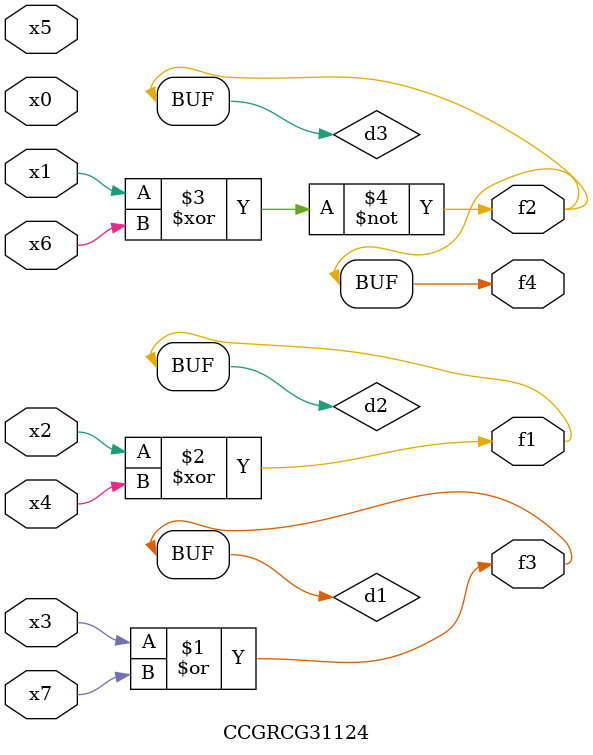
<source format=v>
module CCGRCG31124(
	input x0, x1, x2, x3, x4, x5, x6, x7,
	output f1, f2, f3, f4
);

	wire d1, d2, d3;

	or (d1, x3, x7);
	xor (d2, x2, x4);
	xnor (d3, x1, x6);
	assign f1 = d2;
	assign f2 = d3;
	assign f3 = d1;
	assign f4 = d3;
endmodule

</source>
